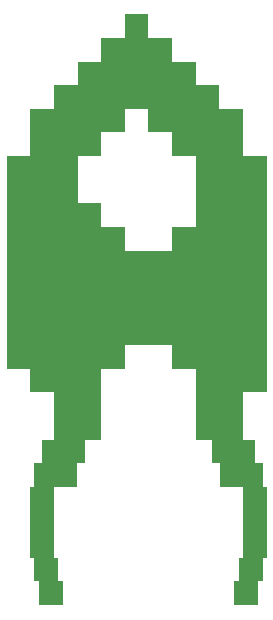
<source format=gbl>
G04 #@! TF.GenerationSoftware,KiCad,Pcbnew,(5.99.0-7130-gf32f8f566)*
G04 #@! TF.CreationDate,2020-11-25T00:50:19+01:00*
G04 #@! TF.ProjectId,FairyDustPin,46616972-7944-4757-9374-50696e2e6b69,rev?*
G04 #@! TF.SameCoordinates,Original*
G04 #@! TF.FileFunction,Copper,L2,Bot*
G04 #@! TF.FilePolarity,Positive*
%FSLAX46Y46*%
G04 Gerber Fmt 4.6, Leading zero omitted, Abs format (unit mm)*
G04 Created by KiCad (PCBNEW (5.99.0-7130-gf32f8f566)) date 2020-11-25 00:50:19*
%MOMM*%
%LPD*%
G01*
G04 APERTURE LIST*
G04 APERTURE END LIST*
G04 #@! TO.C,G\u002A\u002A\u002A*
G36*
X99998999Y-100253297D02*
G01*
X98998040Y-100258800D01*
X97997081Y-100264304D01*
X97986273Y-104257548D01*
X99003336Y-104257548D01*
X99003336Y-106270059D01*
X99681234Y-106270059D01*
X99681234Y-108261385D01*
X99998999Y-108261385D01*
X99998999Y-114277732D01*
X99681234Y-114277732D01*
X99681234Y-116269058D01*
X99257548Y-116269058D01*
X99257548Y-118281568D01*
X97245037Y-118281568D01*
X97245037Y-116269058D01*
X97689908Y-116269058D01*
X97689908Y-114277732D01*
X97986489Y-114277732D01*
X97986489Y-108261385D01*
X96037531Y-108261385D01*
X96037531Y-106270059D01*
X95338449Y-106270059D01*
X95338449Y-104257548D01*
X93982652Y-104257548D01*
X93982652Y-98262386D01*
X91991741Y-98262386D01*
X91986237Y-97261427D01*
X91980734Y-96260467D01*
X89984112Y-96255063D01*
X87987489Y-96249659D01*
X87987489Y-98262386D01*
X85974979Y-98262386D01*
X85974979Y-104256953D01*
X85302377Y-104262547D01*
X84629775Y-104268140D01*
X84624271Y-105269100D01*
X84618768Y-106270059D01*
X83941284Y-106270059D01*
X83941284Y-108260962D01*
X82961509Y-108266469D01*
X81981735Y-108271977D01*
X81981735Y-114267140D01*
X82288907Y-114279588D01*
X82288907Y-116269058D01*
X82712594Y-116269058D01*
X82712594Y-118281568D01*
X80721268Y-118281568D01*
X80721268Y-116269058D01*
X80276397Y-116269058D01*
X80276397Y-114277732D01*
X79979816Y-114277732D01*
X79979816Y-108261385D01*
X80276397Y-108261385D01*
X80276397Y-106270059D01*
X80975479Y-106270059D01*
X80975479Y-104257548D01*
X81971143Y-104257548D01*
X81971143Y-100253712D01*
X79979816Y-100253712D01*
X79979816Y-98262386D01*
X77967306Y-98262386D01*
X77967306Y-80256128D01*
X78042791Y-80255713D01*
X83983653Y-80255713D01*
X83983653Y-84259550D01*
X85974979Y-84259550D01*
X85974979Y-86250876D01*
X87987489Y-86250876D01*
X87987489Y-88263386D01*
X89975285Y-88263386D01*
X90046780Y-88263377D01*
X90330667Y-88263159D01*
X90601742Y-88262665D01*
X90857050Y-88261917D01*
X91093635Y-88260935D01*
X91308541Y-88259739D01*
X91498812Y-88258352D01*
X91661493Y-88256793D01*
X91793629Y-88255084D01*
X91892263Y-88253246D01*
X91954439Y-88251299D01*
X91977203Y-88249264D01*
X91979891Y-88228418D01*
X91982569Y-88169068D01*
X91984998Y-88075539D01*
X91987118Y-87952053D01*
X91988870Y-87802834D01*
X91990195Y-87632104D01*
X91991033Y-87444088D01*
X91991326Y-87243008D01*
X91991326Y-86250876D01*
X93982652Y-86250876D01*
X93982652Y-80255713D01*
X91991326Y-80255713D01*
X91991326Y-78243203D01*
X89978816Y-78243203D01*
X89978816Y-76251877D01*
X87987489Y-76251877D01*
X87987489Y-78242788D01*
X86986530Y-78248292D01*
X85985571Y-78253795D01*
X85980068Y-79254754D01*
X85974564Y-80255713D01*
X83983653Y-80255713D01*
X78042791Y-80255713D01*
X78968265Y-80250625D01*
X79969224Y-80245121D01*
X79974628Y-78248499D01*
X79980033Y-76251877D01*
X81971143Y-76251877D01*
X81971143Y-74239366D01*
X83983653Y-74239366D01*
X83983653Y-72248040D01*
X85974979Y-72248040D01*
X85974979Y-70235530D01*
X87987489Y-70235530D01*
X87987489Y-68244204D01*
X89978816Y-68244204D01*
X89978816Y-70235530D01*
X91991326Y-70235530D01*
X91991326Y-72248040D01*
X93982652Y-72248040D01*
X93982652Y-74239366D01*
X95995163Y-74239366D01*
X95995163Y-76251877D01*
X97986273Y-76251877D01*
X97997081Y-80245121D01*
X98998040Y-80250625D01*
X99923514Y-80255713D01*
X99998999Y-80256128D01*
X99998999Y-100253297D01*
G37*
G04 #@! TD*
M02*

</source>
